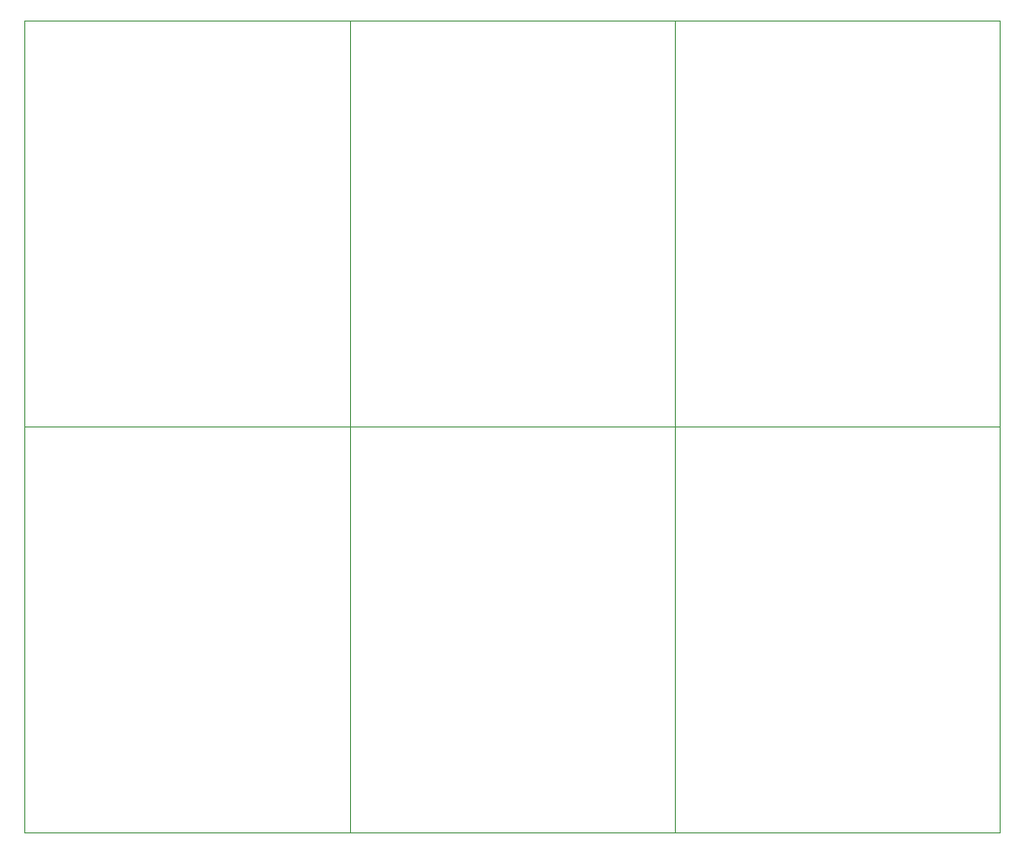
<source format=gbr>
G04 #@! TF.GenerationSoftware,KiCad,Pcbnew,5.1.5+dfsg1-2build2*
G04 #@! TF.CreationDate,2022-03-02T16:34:00-05:00*
G04 #@! TF.ProjectId,,58585858-5858-4585-9858-585858585858,rev?*
G04 #@! TF.SameCoordinates,Original*
G04 #@! TF.FileFunction,Profile,NP*
%FSLAX46Y46*%
G04 Gerber Fmt 4.6, Leading zero omitted, Abs format (unit mm)*
G04 Created by KiCad (PCBNEW 5.1.5+dfsg1-2build2) date 2022-03-02 16:34:00*
%MOMM*%
%LPD*%
G04 APERTURE LIST*
%ADD10C,0.050000*%
G04 APERTURE END LIST*
D10*
X129592440Y-81172000D02*
X129592440Y-117932000D01*
X100192440Y-81172000D02*
X100192440Y-117932000D01*
X70792440Y-81172000D02*
X70792440Y-117932000D01*
X129592440Y-44412000D02*
X129592440Y-81172000D01*
X100192440Y-44412000D02*
X100192440Y-81172000D01*
X158992440Y-81172000D02*
X158992440Y-117932000D01*
X129592440Y-81172000D02*
X129592440Y-117932000D01*
X100192440Y-81172000D02*
X100192440Y-117932000D01*
X158992440Y-44412000D02*
X158992440Y-81172000D01*
X129592440Y-44412000D02*
X129592440Y-81172000D01*
X129592440Y-117932000D02*
X158992440Y-117932000D01*
X100192440Y-117932000D02*
X129592440Y-117932000D01*
X70792440Y-117932000D02*
X100192440Y-117932000D01*
X129592440Y-81172000D02*
X158992440Y-81172000D01*
X100192440Y-81172000D02*
X129592440Y-81172000D01*
X129592440Y-81172000D02*
X158992440Y-81172000D01*
X100192440Y-81172000D02*
X129592440Y-81172000D01*
X70792440Y-81172000D02*
X100192440Y-81172000D01*
X129592440Y-44412000D02*
X158992440Y-44412000D01*
X100192440Y-44412000D02*
X129592440Y-44412000D01*
X70792440Y-81172000D02*
X100192440Y-81172000D01*
X70792440Y-44412000D02*
X100192440Y-44412000D01*
X100192440Y-44412000D02*
X100192440Y-81172000D01*
X70792440Y-44412000D02*
X70792440Y-81172000D01*
M02*

</source>
